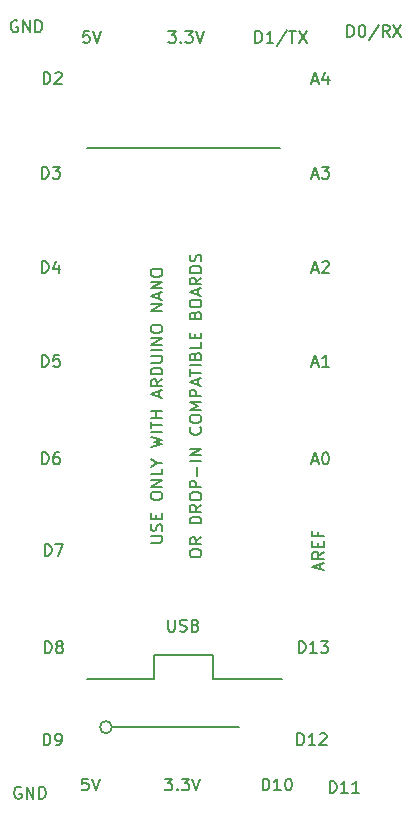
<source format=gto>
%TF.GenerationSoftware,KiCad,Pcbnew,4.0.5-e0-6337~49~ubuntu16.04.1*%
%TF.CreationDate,2017-02-14T00:23:44-08:00*%
%TF.ProjectId,5x10-Arduino-Nano-Breakout,357831302D41726475696E6F2D4E616E,1.0*%
%TF.FileFunction,Legend,Top*%
%FSLAX46Y46*%
G04 Gerber Fmt 4.6, Leading zero omitted, Abs format (unit mm)*
G04 Created by KiCad (PCBNEW 4.0.5-e0-6337~49~ubuntu16.04.1) date Tue Feb 14 00:23:44 2017*
%MOMM*%
%LPD*%
G01*
G04 APERTURE LIST*
%ADD10C,0.350000*%
%ADD11C,0.127000*%
%ADD12C,0.152400*%
%ADD13C,0.150000*%
%ADD14C,0.300000*%
%ADD15C,0.254000*%
%ADD16C,1.879600*%
%ADD17C,6.152400*%
G04 APERTURE END LIST*
D10*
D11*
X33749800Y-87285800D02*
X50165800Y-87285800D01*
X44450800Y-130211800D02*
X39497800Y-130211800D01*
X44450800Y-132243800D02*
X44449800Y-130236300D01*
X44450800Y-132243800D02*
X50292800Y-132243800D01*
X39497800Y-132236300D02*
X39497800Y-130236300D01*
X33782800Y-132243800D02*
X39497800Y-132243800D01*
D12*
X35966400Y-136347200D02*
X46634400Y-136347200D01*
X35903833Y-136347200D02*
G75*
G03X35903833Y-136347200I-508933J0D01*
G01*
D13*
X40648895Y-127251181D02*
X40648895Y-128060705D01*
X40696514Y-128155943D01*
X40744133Y-128203562D01*
X40839371Y-128251181D01*
X41029848Y-128251181D01*
X41125086Y-128203562D01*
X41172705Y-128155943D01*
X41220324Y-128060705D01*
X41220324Y-127251181D01*
X41648895Y-128203562D02*
X41791752Y-128251181D01*
X42029848Y-128251181D01*
X42125086Y-128203562D01*
X42172705Y-128155943D01*
X42220324Y-128060705D01*
X42220324Y-127965467D01*
X42172705Y-127870229D01*
X42125086Y-127822610D01*
X42029848Y-127774990D01*
X41839371Y-127727371D01*
X41744133Y-127679752D01*
X41696514Y-127632133D01*
X41648895Y-127536895D01*
X41648895Y-127441657D01*
X41696514Y-127346419D01*
X41744133Y-127298800D01*
X41839371Y-127251181D01*
X42077467Y-127251181D01*
X42220324Y-127298800D01*
X42982229Y-127727371D02*
X43125086Y-127774990D01*
X43172705Y-127822610D01*
X43220324Y-127917848D01*
X43220324Y-128060705D01*
X43172705Y-128155943D01*
X43125086Y-128203562D01*
X43029848Y-128251181D01*
X42648895Y-128251181D01*
X42648895Y-127251181D01*
X42982229Y-127251181D01*
X43077467Y-127298800D01*
X43125086Y-127346419D01*
X43172705Y-127441657D01*
X43172705Y-127536895D01*
X43125086Y-127632133D01*
X43077467Y-127679752D01*
X42982229Y-127727371D01*
X42648895Y-127727371D01*
X33972324Y-77398181D02*
X33496133Y-77398181D01*
X33448514Y-77874371D01*
X33496133Y-77826752D01*
X33591371Y-77779133D01*
X33829467Y-77779133D01*
X33924705Y-77826752D01*
X33972324Y-77874371D01*
X34019943Y-77969610D01*
X34019943Y-78207705D01*
X33972324Y-78302943D01*
X33924705Y-78350562D01*
X33829467Y-78398181D01*
X33591371Y-78398181D01*
X33496133Y-78350562D01*
X33448514Y-78302943D01*
X34305657Y-77398181D02*
X34638990Y-78398181D01*
X34972324Y-77398181D01*
X42473181Y-121718729D02*
X42473181Y-121528252D01*
X42520800Y-121433014D01*
X42616038Y-121337776D01*
X42806514Y-121290157D01*
X43139848Y-121290157D01*
X43330324Y-121337776D01*
X43425562Y-121433014D01*
X43473181Y-121528252D01*
X43473181Y-121718729D01*
X43425562Y-121813967D01*
X43330324Y-121909205D01*
X43139848Y-121956824D01*
X42806514Y-121956824D01*
X42616038Y-121909205D01*
X42520800Y-121813967D01*
X42473181Y-121718729D01*
X43473181Y-120290157D02*
X42996990Y-120623491D01*
X43473181Y-120861586D02*
X42473181Y-120861586D01*
X42473181Y-120480633D01*
X42520800Y-120385395D01*
X42568419Y-120337776D01*
X42663657Y-120290157D01*
X42806514Y-120290157D01*
X42901752Y-120337776D01*
X42949371Y-120385395D01*
X42996990Y-120480633D01*
X42996990Y-120861586D01*
X43473181Y-119099681D02*
X42473181Y-119099681D01*
X42473181Y-118861586D01*
X42520800Y-118718728D01*
X42616038Y-118623490D01*
X42711276Y-118575871D01*
X42901752Y-118528252D01*
X43044610Y-118528252D01*
X43235086Y-118575871D01*
X43330324Y-118623490D01*
X43425562Y-118718728D01*
X43473181Y-118861586D01*
X43473181Y-119099681D01*
X43473181Y-117528252D02*
X42996990Y-117861586D01*
X43473181Y-118099681D02*
X42473181Y-118099681D01*
X42473181Y-117718728D01*
X42520800Y-117623490D01*
X42568419Y-117575871D01*
X42663657Y-117528252D01*
X42806514Y-117528252D01*
X42901752Y-117575871D01*
X42949371Y-117623490D01*
X42996990Y-117718728D01*
X42996990Y-118099681D01*
X42473181Y-116909205D02*
X42473181Y-116718728D01*
X42520800Y-116623490D01*
X42616038Y-116528252D01*
X42806514Y-116480633D01*
X43139848Y-116480633D01*
X43330324Y-116528252D01*
X43425562Y-116623490D01*
X43473181Y-116718728D01*
X43473181Y-116909205D01*
X43425562Y-117004443D01*
X43330324Y-117099681D01*
X43139848Y-117147300D01*
X42806514Y-117147300D01*
X42616038Y-117099681D01*
X42520800Y-117004443D01*
X42473181Y-116909205D01*
X43473181Y-116052062D02*
X42473181Y-116052062D01*
X42473181Y-115671109D01*
X42520800Y-115575871D01*
X42568419Y-115528252D01*
X42663657Y-115480633D01*
X42806514Y-115480633D01*
X42901752Y-115528252D01*
X42949371Y-115575871D01*
X42996990Y-115671109D01*
X42996990Y-116052062D01*
X43092229Y-115052062D02*
X43092229Y-114290157D01*
X43473181Y-113813967D02*
X42473181Y-113813967D01*
X43473181Y-113337777D02*
X42473181Y-113337777D01*
X43473181Y-112766348D01*
X42473181Y-112766348D01*
X43377943Y-110956824D02*
X43425562Y-111004443D01*
X43473181Y-111147300D01*
X43473181Y-111242538D01*
X43425562Y-111385396D01*
X43330324Y-111480634D01*
X43235086Y-111528253D01*
X43044610Y-111575872D01*
X42901752Y-111575872D01*
X42711276Y-111528253D01*
X42616038Y-111480634D01*
X42520800Y-111385396D01*
X42473181Y-111242538D01*
X42473181Y-111147300D01*
X42520800Y-111004443D01*
X42568419Y-110956824D01*
X42473181Y-110337777D02*
X42473181Y-110147300D01*
X42520800Y-110052062D01*
X42616038Y-109956824D01*
X42806514Y-109909205D01*
X43139848Y-109909205D01*
X43330324Y-109956824D01*
X43425562Y-110052062D01*
X43473181Y-110147300D01*
X43473181Y-110337777D01*
X43425562Y-110433015D01*
X43330324Y-110528253D01*
X43139848Y-110575872D01*
X42806514Y-110575872D01*
X42616038Y-110528253D01*
X42520800Y-110433015D01*
X42473181Y-110337777D01*
X43473181Y-109480634D02*
X42473181Y-109480634D01*
X43187467Y-109147300D01*
X42473181Y-108813967D01*
X43473181Y-108813967D01*
X43473181Y-108337777D02*
X42473181Y-108337777D01*
X42473181Y-107956824D01*
X42520800Y-107861586D01*
X42568419Y-107813967D01*
X42663657Y-107766348D01*
X42806514Y-107766348D01*
X42901752Y-107813967D01*
X42949371Y-107861586D01*
X42996990Y-107956824D01*
X42996990Y-108337777D01*
X43187467Y-107385396D02*
X43187467Y-106909205D01*
X43473181Y-107480634D02*
X42473181Y-107147301D01*
X43473181Y-106813967D01*
X42473181Y-106623491D02*
X42473181Y-106052062D01*
X43473181Y-106337777D02*
X42473181Y-106337777D01*
X43473181Y-105718729D02*
X42473181Y-105718729D01*
X42949371Y-104909205D02*
X42996990Y-104766348D01*
X43044610Y-104718729D01*
X43139848Y-104671110D01*
X43282705Y-104671110D01*
X43377943Y-104718729D01*
X43425562Y-104766348D01*
X43473181Y-104861586D01*
X43473181Y-105242539D01*
X42473181Y-105242539D01*
X42473181Y-104909205D01*
X42520800Y-104813967D01*
X42568419Y-104766348D01*
X42663657Y-104718729D01*
X42758895Y-104718729D01*
X42854133Y-104766348D01*
X42901752Y-104813967D01*
X42949371Y-104909205D01*
X42949371Y-105242539D01*
X43473181Y-103766348D02*
X43473181Y-104242539D01*
X42473181Y-104242539D01*
X42949371Y-103433015D02*
X42949371Y-103099681D01*
X43473181Y-102956824D02*
X43473181Y-103433015D01*
X42473181Y-103433015D01*
X42473181Y-102956824D01*
X42949371Y-101433014D02*
X42996990Y-101290157D01*
X43044610Y-101242538D01*
X43139848Y-101194919D01*
X43282705Y-101194919D01*
X43377943Y-101242538D01*
X43425562Y-101290157D01*
X43473181Y-101385395D01*
X43473181Y-101766348D01*
X42473181Y-101766348D01*
X42473181Y-101433014D01*
X42520800Y-101337776D01*
X42568419Y-101290157D01*
X42663657Y-101242538D01*
X42758895Y-101242538D01*
X42854133Y-101290157D01*
X42901752Y-101337776D01*
X42949371Y-101433014D01*
X42949371Y-101766348D01*
X42473181Y-100575872D02*
X42473181Y-100385395D01*
X42520800Y-100290157D01*
X42616038Y-100194919D01*
X42806514Y-100147300D01*
X43139848Y-100147300D01*
X43330324Y-100194919D01*
X43425562Y-100290157D01*
X43473181Y-100385395D01*
X43473181Y-100575872D01*
X43425562Y-100671110D01*
X43330324Y-100766348D01*
X43139848Y-100813967D01*
X42806514Y-100813967D01*
X42616038Y-100766348D01*
X42520800Y-100671110D01*
X42473181Y-100575872D01*
X43187467Y-99766348D02*
X43187467Y-99290157D01*
X43473181Y-99861586D02*
X42473181Y-99528253D01*
X43473181Y-99194919D01*
X43473181Y-98290157D02*
X42996990Y-98623491D01*
X43473181Y-98861586D02*
X42473181Y-98861586D01*
X42473181Y-98480633D01*
X42520800Y-98385395D01*
X42568419Y-98337776D01*
X42663657Y-98290157D01*
X42806514Y-98290157D01*
X42901752Y-98337776D01*
X42949371Y-98385395D01*
X42996990Y-98480633D01*
X42996990Y-98861586D01*
X43473181Y-97861586D02*
X42473181Y-97861586D01*
X42473181Y-97623491D01*
X42520800Y-97480633D01*
X42616038Y-97385395D01*
X42711276Y-97337776D01*
X42901752Y-97290157D01*
X43044610Y-97290157D01*
X43235086Y-97337776D01*
X43330324Y-97385395D01*
X43425562Y-97480633D01*
X43473181Y-97623491D01*
X43473181Y-97861586D01*
X43425562Y-96909205D02*
X43473181Y-96766348D01*
X43473181Y-96528252D01*
X43425562Y-96433014D01*
X43377943Y-96385395D01*
X43282705Y-96337776D01*
X43187467Y-96337776D01*
X43092229Y-96385395D01*
X43044610Y-96433014D01*
X42996990Y-96528252D01*
X42949371Y-96718729D01*
X42901752Y-96813967D01*
X42854133Y-96861586D01*
X42758895Y-96909205D01*
X42663657Y-96909205D01*
X42568419Y-96861586D01*
X42520800Y-96813967D01*
X42473181Y-96718729D01*
X42473181Y-96480633D01*
X42520800Y-96337776D01*
X39171181Y-120718729D02*
X39980705Y-120718729D01*
X40075943Y-120671110D01*
X40123562Y-120623491D01*
X40171181Y-120528253D01*
X40171181Y-120337776D01*
X40123562Y-120242538D01*
X40075943Y-120194919D01*
X39980705Y-120147300D01*
X39171181Y-120147300D01*
X40123562Y-119718729D02*
X40171181Y-119575872D01*
X40171181Y-119337776D01*
X40123562Y-119242538D01*
X40075943Y-119194919D01*
X39980705Y-119147300D01*
X39885467Y-119147300D01*
X39790229Y-119194919D01*
X39742610Y-119242538D01*
X39694990Y-119337776D01*
X39647371Y-119528253D01*
X39599752Y-119623491D01*
X39552133Y-119671110D01*
X39456895Y-119718729D01*
X39361657Y-119718729D01*
X39266419Y-119671110D01*
X39218800Y-119623491D01*
X39171181Y-119528253D01*
X39171181Y-119290157D01*
X39218800Y-119147300D01*
X39647371Y-118718729D02*
X39647371Y-118385395D01*
X40171181Y-118242538D02*
X40171181Y-118718729D01*
X39171181Y-118718729D01*
X39171181Y-118242538D01*
X39171181Y-116861586D02*
X39171181Y-116671109D01*
X39218800Y-116575871D01*
X39314038Y-116480633D01*
X39504514Y-116433014D01*
X39837848Y-116433014D01*
X40028324Y-116480633D01*
X40123562Y-116575871D01*
X40171181Y-116671109D01*
X40171181Y-116861586D01*
X40123562Y-116956824D01*
X40028324Y-117052062D01*
X39837848Y-117099681D01*
X39504514Y-117099681D01*
X39314038Y-117052062D01*
X39218800Y-116956824D01*
X39171181Y-116861586D01*
X40171181Y-116004443D02*
X39171181Y-116004443D01*
X40171181Y-115433014D01*
X39171181Y-115433014D01*
X40171181Y-114480633D02*
X40171181Y-114956824D01*
X39171181Y-114956824D01*
X39694990Y-113956824D02*
X40171181Y-113956824D01*
X39171181Y-114290157D02*
X39694990Y-113956824D01*
X39171181Y-113623490D01*
X39171181Y-112623490D02*
X40171181Y-112385395D01*
X39456895Y-112194918D01*
X40171181Y-112004442D01*
X39171181Y-111766347D01*
X40171181Y-111385395D02*
X39171181Y-111385395D01*
X39171181Y-111052062D02*
X39171181Y-110480633D01*
X40171181Y-110766348D02*
X39171181Y-110766348D01*
X40171181Y-110147300D02*
X39171181Y-110147300D01*
X39647371Y-110147300D02*
X39647371Y-109575871D01*
X40171181Y-109575871D02*
X39171181Y-109575871D01*
X39885467Y-108385395D02*
X39885467Y-107909204D01*
X40171181Y-108480633D02*
X39171181Y-108147300D01*
X40171181Y-107813966D01*
X40171181Y-106909204D02*
X39694990Y-107242538D01*
X40171181Y-107480633D02*
X39171181Y-107480633D01*
X39171181Y-107099680D01*
X39218800Y-107004442D01*
X39266419Y-106956823D01*
X39361657Y-106909204D01*
X39504514Y-106909204D01*
X39599752Y-106956823D01*
X39647371Y-107004442D01*
X39694990Y-107099680D01*
X39694990Y-107480633D01*
X40171181Y-106480633D02*
X39171181Y-106480633D01*
X39171181Y-106242538D01*
X39218800Y-106099680D01*
X39314038Y-106004442D01*
X39409276Y-105956823D01*
X39599752Y-105909204D01*
X39742610Y-105909204D01*
X39933086Y-105956823D01*
X40028324Y-106004442D01*
X40123562Y-106099680D01*
X40171181Y-106242538D01*
X40171181Y-106480633D01*
X39171181Y-105480633D02*
X39980705Y-105480633D01*
X40075943Y-105433014D01*
X40123562Y-105385395D01*
X40171181Y-105290157D01*
X40171181Y-105099680D01*
X40123562Y-105004442D01*
X40075943Y-104956823D01*
X39980705Y-104909204D01*
X39171181Y-104909204D01*
X40171181Y-104433014D02*
X39171181Y-104433014D01*
X40171181Y-103956824D02*
X39171181Y-103956824D01*
X40171181Y-103385395D01*
X39171181Y-103385395D01*
X39171181Y-102718729D02*
X39171181Y-102528252D01*
X39218800Y-102433014D01*
X39314038Y-102337776D01*
X39504514Y-102290157D01*
X39837848Y-102290157D01*
X40028324Y-102337776D01*
X40123562Y-102433014D01*
X40171181Y-102528252D01*
X40171181Y-102718729D01*
X40123562Y-102813967D01*
X40028324Y-102909205D01*
X39837848Y-102956824D01*
X39504514Y-102956824D01*
X39314038Y-102909205D01*
X39218800Y-102813967D01*
X39171181Y-102718729D01*
X40171181Y-101099681D02*
X39171181Y-101099681D01*
X40171181Y-100528252D01*
X39171181Y-100528252D01*
X39885467Y-100099681D02*
X39885467Y-99623490D01*
X40171181Y-100194919D02*
X39171181Y-99861586D01*
X40171181Y-99528252D01*
X40171181Y-99194919D02*
X39171181Y-99194919D01*
X40171181Y-98623490D01*
X39171181Y-98623490D01*
X39171181Y-97956824D02*
X39171181Y-97766347D01*
X39218800Y-97671109D01*
X39314038Y-97575871D01*
X39504514Y-97528252D01*
X39837848Y-97528252D01*
X40028324Y-97575871D01*
X40123562Y-97671109D01*
X40171181Y-97766347D01*
X40171181Y-97956824D01*
X40123562Y-98052062D01*
X40028324Y-98147300D01*
X39837848Y-98194919D01*
X39504514Y-98194919D01*
X39314038Y-98147300D01*
X39218800Y-98052062D01*
X39171181Y-97956824D01*
X29964705Y-114088181D02*
X29964705Y-113088181D01*
X30202800Y-113088181D01*
X30345658Y-113135800D01*
X30440896Y-113231038D01*
X30488515Y-113326276D01*
X30536134Y-113516752D01*
X30536134Y-113659610D01*
X30488515Y-113850086D01*
X30440896Y-113945324D01*
X30345658Y-114040562D01*
X30202800Y-114088181D01*
X29964705Y-114088181D01*
X31393277Y-113088181D02*
X31202800Y-113088181D01*
X31107562Y-113135800D01*
X31059943Y-113183419D01*
X30964705Y-113326276D01*
X30917086Y-113516752D01*
X30917086Y-113897705D01*
X30964705Y-113992943D01*
X31012324Y-114040562D01*
X31107562Y-114088181D01*
X31298039Y-114088181D01*
X31393277Y-114040562D01*
X31440896Y-113992943D01*
X31488515Y-113897705D01*
X31488515Y-113659610D01*
X31440896Y-113564371D01*
X31393277Y-113516752D01*
X31298039Y-113469133D01*
X31107562Y-113469133D01*
X31012324Y-113516752D01*
X30964705Y-113564371D01*
X30917086Y-113659610D01*
X29964705Y-105838181D02*
X29964705Y-104838181D01*
X30202800Y-104838181D01*
X30345658Y-104885800D01*
X30440896Y-104981038D01*
X30488515Y-105076276D01*
X30536134Y-105266752D01*
X30536134Y-105409610D01*
X30488515Y-105600086D01*
X30440896Y-105695324D01*
X30345658Y-105790562D01*
X30202800Y-105838181D01*
X29964705Y-105838181D01*
X31440896Y-104838181D02*
X30964705Y-104838181D01*
X30917086Y-105314371D01*
X30964705Y-105266752D01*
X31059943Y-105219133D01*
X31298039Y-105219133D01*
X31393277Y-105266752D01*
X31440896Y-105314371D01*
X31488515Y-105409610D01*
X31488515Y-105647705D01*
X31440896Y-105742943D01*
X31393277Y-105790562D01*
X31298039Y-105838181D01*
X31059943Y-105838181D01*
X30964705Y-105790562D01*
X30917086Y-105742943D01*
X30214705Y-130088181D02*
X30214705Y-129088181D01*
X30452800Y-129088181D01*
X30595658Y-129135800D01*
X30690896Y-129231038D01*
X30738515Y-129326276D01*
X30786134Y-129516752D01*
X30786134Y-129659610D01*
X30738515Y-129850086D01*
X30690896Y-129945324D01*
X30595658Y-130040562D01*
X30452800Y-130088181D01*
X30214705Y-130088181D01*
X31357562Y-129516752D02*
X31262324Y-129469133D01*
X31214705Y-129421514D01*
X31167086Y-129326276D01*
X31167086Y-129278657D01*
X31214705Y-129183419D01*
X31262324Y-129135800D01*
X31357562Y-129088181D01*
X31548039Y-129088181D01*
X31643277Y-129135800D01*
X31690896Y-129183419D01*
X31738515Y-129278657D01*
X31738515Y-129326276D01*
X31690896Y-129421514D01*
X31643277Y-129469133D01*
X31548039Y-129516752D01*
X31357562Y-129516752D01*
X31262324Y-129564371D01*
X31214705Y-129611990D01*
X31167086Y-129707229D01*
X31167086Y-129897705D01*
X31214705Y-129992943D01*
X31262324Y-130040562D01*
X31357562Y-130088181D01*
X31548039Y-130088181D01*
X31643277Y-130040562D01*
X31690896Y-129992943D01*
X31738515Y-129897705D01*
X31738515Y-129707229D01*
X31690896Y-129611990D01*
X31643277Y-129564371D01*
X31548039Y-129516752D01*
X30214705Y-121838181D02*
X30214705Y-120838181D01*
X30452800Y-120838181D01*
X30595658Y-120885800D01*
X30690896Y-120981038D01*
X30738515Y-121076276D01*
X30786134Y-121266752D01*
X30786134Y-121409610D01*
X30738515Y-121600086D01*
X30690896Y-121695324D01*
X30595658Y-121790562D01*
X30452800Y-121838181D01*
X30214705Y-121838181D01*
X31119467Y-120838181D02*
X31786134Y-120838181D01*
X31357562Y-121838181D01*
X30124705Y-137898181D02*
X30124705Y-136898181D01*
X30362800Y-136898181D01*
X30505658Y-136945800D01*
X30600896Y-137041038D01*
X30648515Y-137136276D01*
X30696134Y-137326752D01*
X30696134Y-137469610D01*
X30648515Y-137660086D01*
X30600896Y-137755324D01*
X30505658Y-137850562D01*
X30362800Y-137898181D01*
X30124705Y-137898181D01*
X31172324Y-137898181D02*
X31362800Y-137898181D01*
X31458039Y-137850562D01*
X31505658Y-137802943D01*
X31600896Y-137660086D01*
X31648515Y-137469610D01*
X31648515Y-137088657D01*
X31600896Y-136993419D01*
X31553277Y-136945800D01*
X31458039Y-136898181D01*
X31267562Y-136898181D01*
X31172324Y-136945800D01*
X31124705Y-136993419D01*
X31077086Y-137088657D01*
X31077086Y-137326752D01*
X31124705Y-137421990D01*
X31172324Y-137469610D01*
X31267562Y-137517229D01*
X31458039Y-137517229D01*
X31553277Y-137469610D01*
X31600896Y-137421990D01*
X31648515Y-137326752D01*
X28200896Y-141445800D02*
X28105658Y-141398181D01*
X27962801Y-141398181D01*
X27819943Y-141445800D01*
X27724705Y-141541038D01*
X27677086Y-141636276D01*
X27629467Y-141826752D01*
X27629467Y-141969610D01*
X27677086Y-142160086D01*
X27724705Y-142255324D01*
X27819943Y-142350562D01*
X27962801Y-142398181D01*
X28058039Y-142398181D01*
X28200896Y-142350562D01*
X28248515Y-142302943D01*
X28248515Y-141969610D01*
X28058039Y-141969610D01*
X28677086Y-142398181D02*
X28677086Y-141398181D01*
X29248515Y-142398181D01*
X29248515Y-141398181D01*
X29724705Y-142398181D02*
X29724705Y-141398181D01*
X29962800Y-141398181D01*
X30105658Y-141445800D01*
X30200896Y-141541038D01*
X30248515Y-141636276D01*
X30296134Y-141826752D01*
X30296134Y-141969610D01*
X30248515Y-142160086D01*
X30200896Y-142255324D01*
X30105658Y-142350562D01*
X29962800Y-142398181D01*
X29724705Y-142398181D01*
X33872324Y-140698181D02*
X33396133Y-140698181D01*
X33348514Y-141174371D01*
X33396133Y-141126752D01*
X33491371Y-141079133D01*
X33729467Y-141079133D01*
X33824705Y-141126752D01*
X33872324Y-141174371D01*
X33919943Y-141269610D01*
X33919943Y-141507705D01*
X33872324Y-141602943D01*
X33824705Y-141650562D01*
X33729467Y-141698181D01*
X33491371Y-141698181D01*
X33396133Y-141650562D01*
X33348514Y-141602943D01*
X34205657Y-140698181D02*
X34538990Y-141698181D01*
X34872324Y-140698181D01*
X27900896Y-76545800D02*
X27805658Y-76498181D01*
X27662801Y-76498181D01*
X27519943Y-76545800D01*
X27424705Y-76641038D01*
X27377086Y-76736276D01*
X27329467Y-76926752D01*
X27329467Y-77069610D01*
X27377086Y-77260086D01*
X27424705Y-77355324D01*
X27519943Y-77450562D01*
X27662801Y-77498181D01*
X27758039Y-77498181D01*
X27900896Y-77450562D01*
X27948515Y-77402943D01*
X27948515Y-77069610D01*
X27758039Y-77069610D01*
X28377086Y-77498181D02*
X28377086Y-76498181D01*
X28948515Y-77498181D01*
X28948515Y-76498181D01*
X29424705Y-77498181D02*
X29424705Y-76498181D01*
X29662800Y-76498181D01*
X29805658Y-76545800D01*
X29900896Y-76641038D01*
X29948515Y-76736276D01*
X29996134Y-76926752D01*
X29996134Y-77069610D01*
X29948515Y-77260086D01*
X29900896Y-77355324D01*
X29805658Y-77450562D01*
X29662800Y-77498181D01*
X29424705Y-77498181D01*
X29964705Y-97898181D02*
X29964705Y-96898181D01*
X30202800Y-96898181D01*
X30345658Y-96945800D01*
X30440896Y-97041038D01*
X30488515Y-97136276D01*
X30536134Y-97326752D01*
X30536134Y-97469610D01*
X30488515Y-97660086D01*
X30440896Y-97755324D01*
X30345658Y-97850562D01*
X30202800Y-97898181D01*
X29964705Y-97898181D01*
X31393277Y-97231514D02*
X31393277Y-97898181D01*
X31155181Y-96850562D02*
X30917086Y-97564848D01*
X31536134Y-97564848D01*
X29964705Y-89898181D02*
X29964705Y-88898181D01*
X30202800Y-88898181D01*
X30345658Y-88945800D01*
X30440896Y-89041038D01*
X30488515Y-89136276D01*
X30536134Y-89326752D01*
X30536134Y-89469610D01*
X30488515Y-89660086D01*
X30440896Y-89755324D01*
X30345658Y-89850562D01*
X30202800Y-89898181D01*
X29964705Y-89898181D01*
X30869467Y-88898181D02*
X31488515Y-88898181D01*
X31155181Y-89279133D01*
X31298039Y-89279133D01*
X31393277Y-89326752D01*
X31440896Y-89374371D01*
X31488515Y-89469610D01*
X31488515Y-89707705D01*
X31440896Y-89802943D01*
X31393277Y-89850562D01*
X31298039Y-89898181D01*
X31012324Y-89898181D01*
X30917086Y-89850562D01*
X30869467Y-89802943D01*
X30124705Y-81898181D02*
X30124705Y-80898181D01*
X30362800Y-80898181D01*
X30505658Y-80945800D01*
X30600896Y-81041038D01*
X30648515Y-81136276D01*
X30696134Y-81326752D01*
X30696134Y-81469610D01*
X30648515Y-81660086D01*
X30600896Y-81755324D01*
X30505658Y-81850562D01*
X30362800Y-81898181D01*
X30124705Y-81898181D01*
X31077086Y-80993419D02*
X31124705Y-80945800D01*
X31219943Y-80898181D01*
X31458039Y-80898181D01*
X31553277Y-80945800D01*
X31600896Y-80993419D01*
X31648515Y-81088657D01*
X31648515Y-81183895D01*
X31600896Y-81326752D01*
X31029467Y-81898181D01*
X31648515Y-81898181D01*
X40386610Y-140698181D02*
X41005658Y-140698181D01*
X40672324Y-141079133D01*
X40815182Y-141079133D01*
X40910420Y-141126752D01*
X40958039Y-141174371D01*
X41005658Y-141269610D01*
X41005658Y-141507705D01*
X40958039Y-141602943D01*
X40910420Y-141650562D01*
X40815182Y-141698181D01*
X40529467Y-141698181D01*
X40434229Y-141650562D01*
X40386610Y-141602943D01*
X41434229Y-141602943D02*
X41481848Y-141650562D01*
X41434229Y-141698181D01*
X41386610Y-141650562D01*
X41434229Y-141602943D01*
X41434229Y-141698181D01*
X41815181Y-140698181D02*
X42434229Y-140698181D01*
X42100895Y-141079133D01*
X42243753Y-141079133D01*
X42338991Y-141126752D01*
X42386610Y-141174371D01*
X42434229Y-141269610D01*
X42434229Y-141507705D01*
X42386610Y-141602943D01*
X42338991Y-141650562D01*
X42243753Y-141698181D01*
X41958038Y-141698181D01*
X41862800Y-141650562D01*
X41815181Y-141602943D01*
X42719943Y-140698181D02*
X43053276Y-141698181D01*
X43386610Y-140698181D01*
X48648514Y-141698181D02*
X48648514Y-140698181D01*
X48886609Y-140698181D01*
X49029467Y-140745800D01*
X49124705Y-140841038D01*
X49172324Y-140936276D01*
X49219943Y-141126752D01*
X49219943Y-141269610D01*
X49172324Y-141460086D01*
X49124705Y-141555324D01*
X49029467Y-141650562D01*
X48886609Y-141698181D01*
X48648514Y-141698181D01*
X50172324Y-141698181D02*
X49600895Y-141698181D01*
X49886609Y-141698181D02*
X49886609Y-140698181D01*
X49791371Y-140841038D01*
X49696133Y-140936276D01*
X49600895Y-140983895D01*
X50791371Y-140698181D02*
X50886610Y-140698181D01*
X50981848Y-140745800D01*
X51029467Y-140793419D01*
X51077086Y-140888657D01*
X51124705Y-141079133D01*
X51124705Y-141317229D01*
X51077086Y-141507705D01*
X51029467Y-141602943D01*
X50981848Y-141650562D01*
X50886610Y-141698181D01*
X50791371Y-141698181D01*
X50696133Y-141650562D01*
X50648514Y-141602943D01*
X50600895Y-141507705D01*
X50553276Y-141317229D01*
X50553276Y-141079133D01*
X50600895Y-140888657D01*
X50648514Y-140793419D01*
X50696133Y-140745800D01*
X50791371Y-140698181D01*
X40686610Y-77398181D02*
X41305658Y-77398181D01*
X40972324Y-77779133D01*
X41115182Y-77779133D01*
X41210420Y-77826752D01*
X41258039Y-77874371D01*
X41305658Y-77969610D01*
X41305658Y-78207705D01*
X41258039Y-78302943D01*
X41210420Y-78350562D01*
X41115182Y-78398181D01*
X40829467Y-78398181D01*
X40734229Y-78350562D01*
X40686610Y-78302943D01*
X41734229Y-78302943D02*
X41781848Y-78350562D01*
X41734229Y-78398181D01*
X41686610Y-78350562D01*
X41734229Y-78302943D01*
X41734229Y-78398181D01*
X42115181Y-77398181D02*
X42734229Y-77398181D01*
X42400895Y-77779133D01*
X42543753Y-77779133D01*
X42638991Y-77826752D01*
X42686610Y-77874371D01*
X42734229Y-77969610D01*
X42734229Y-78207705D01*
X42686610Y-78302943D01*
X42638991Y-78350562D01*
X42543753Y-78398181D01*
X42258038Y-78398181D01*
X42162800Y-78350562D01*
X42115181Y-78302943D01*
X43019943Y-77398181D02*
X43353276Y-78398181D01*
X43686610Y-77398181D01*
X48043752Y-78398181D02*
X48043752Y-77398181D01*
X48281847Y-77398181D01*
X48424705Y-77445800D01*
X48519943Y-77541038D01*
X48567562Y-77636276D01*
X48615181Y-77826752D01*
X48615181Y-77969610D01*
X48567562Y-78160086D01*
X48519943Y-78255324D01*
X48424705Y-78350562D01*
X48281847Y-78398181D01*
X48043752Y-78398181D01*
X49567562Y-78398181D02*
X48996133Y-78398181D01*
X49281847Y-78398181D02*
X49281847Y-77398181D01*
X49186609Y-77541038D01*
X49091371Y-77636276D01*
X48996133Y-77683895D01*
X50710419Y-77350562D02*
X49853276Y-78636276D01*
X50900895Y-77398181D02*
X51472324Y-77398181D01*
X51186609Y-78398181D02*
X51186609Y-77398181D01*
X51710419Y-77398181D02*
X52377086Y-78398181D01*
X52377086Y-77398181D02*
X51710419Y-78398181D01*
X55834705Y-77908181D02*
X55834705Y-76908181D01*
X56072800Y-76908181D01*
X56215658Y-76955800D01*
X56310896Y-77051038D01*
X56358515Y-77146276D01*
X56406134Y-77336752D01*
X56406134Y-77479610D01*
X56358515Y-77670086D01*
X56310896Y-77765324D01*
X56215658Y-77860562D01*
X56072800Y-77908181D01*
X55834705Y-77908181D01*
X57025181Y-76908181D02*
X57120420Y-76908181D01*
X57215658Y-76955800D01*
X57263277Y-77003419D01*
X57310896Y-77098657D01*
X57358515Y-77289133D01*
X57358515Y-77527229D01*
X57310896Y-77717705D01*
X57263277Y-77812943D01*
X57215658Y-77860562D01*
X57120420Y-77908181D01*
X57025181Y-77908181D01*
X56929943Y-77860562D01*
X56882324Y-77812943D01*
X56834705Y-77717705D01*
X56787086Y-77527229D01*
X56787086Y-77289133D01*
X56834705Y-77098657D01*
X56882324Y-77003419D01*
X56929943Y-76955800D01*
X57025181Y-76908181D01*
X58501372Y-76860562D02*
X57644229Y-78146276D01*
X59406134Y-77908181D02*
X59072800Y-77431990D01*
X58834705Y-77908181D02*
X58834705Y-76908181D01*
X59215658Y-76908181D01*
X59310896Y-76955800D01*
X59358515Y-77003419D01*
X59406134Y-77098657D01*
X59406134Y-77241514D01*
X59358515Y-77336752D01*
X59310896Y-77384371D01*
X59215658Y-77431990D01*
X58834705Y-77431990D01*
X59739467Y-76908181D02*
X60406134Y-77908181D01*
X60406134Y-76908181D02*
X59739467Y-77908181D01*
X52848514Y-105552467D02*
X53324705Y-105552467D01*
X52753276Y-105838181D02*
X53086609Y-104838181D01*
X53419943Y-105838181D01*
X54277086Y-105838181D02*
X53705657Y-105838181D01*
X53991371Y-105838181D02*
X53991371Y-104838181D01*
X53896133Y-104981038D01*
X53800895Y-105076276D01*
X53705657Y-105123895D01*
X52848514Y-97612467D02*
X53324705Y-97612467D01*
X52753276Y-97898181D02*
X53086609Y-96898181D01*
X53419943Y-97898181D01*
X53705657Y-96993419D02*
X53753276Y-96945800D01*
X53848514Y-96898181D01*
X54086610Y-96898181D01*
X54181848Y-96945800D01*
X54229467Y-96993419D01*
X54277086Y-97088657D01*
X54277086Y-97183895D01*
X54229467Y-97326752D01*
X53658038Y-97898181D01*
X54277086Y-97898181D01*
X52848514Y-89612467D02*
X53324705Y-89612467D01*
X52753276Y-89898181D02*
X53086609Y-88898181D01*
X53419943Y-89898181D01*
X53658038Y-88898181D02*
X54277086Y-88898181D01*
X53943752Y-89279133D01*
X54086610Y-89279133D01*
X54181848Y-89326752D01*
X54229467Y-89374371D01*
X54277086Y-89469610D01*
X54277086Y-89707705D01*
X54229467Y-89802943D01*
X54181848Y-89850562D01*
X54086610Y-89898181D01*
X53800895Y-89898181D01*
X53705657Y-89850562D01*
X53658038Y-89802943D01*
X52848514Y-81612467D02*
X53324705Y-81612467D01*
X52753276Y-81898181D02*
X53086609Y-80898181D01*
X53419943Y-81898181D01*
X54181848Y-81231514D02*
X54181848Y-81898181D01*
X53943752Y-80850562D02*
X53705657Y-81564848D01*
X54324705Y-81564848D01*
X52848514Y-113802467D02*
X53324705Y-113802467D01*
X52753276Y-114088181D02*
X53086609Y-113088181D01*
X53419943Y-114088181D01*
X53943752Y-113088181D02*
X54038991Y-113088181D01*
X54134229Y-113135800D01*
X54181848Y-113183419D01*
X54229467Y-113278657D01*
X54277086Y-113469133D01*
X54277086Y-113707229D01*
X54229467Y-113897705D01*
X54181848Y-113992943D01*
X54134229Y-114040562D01*
X54038991Y-114088181D01*
X53943752Y-114088181D01*
X53848514Y-114040562D01*
X53800895Y-113992943D01*
X53753276Y-113897705D01*
X53705657Y-113707229D01*
X53705657Y-113469133D01*
X53753276Y-113278657D01*
X53800895Y-113183419D01*
X53848514Y-113135800D01*
X53943752Y-113088181D01*
X51718514Y-130058181D02*
X51718514Y-129058181D01*
X51956609Y-129058181D01*
X52099467Y-129105800D01*
X52194705Y-129201038D01*
X52242324Y-129296276D01*
X52289943Y-129486752D01*
X52289943Y-129629610D01*
X52242324Y-129820086D01*
X52194705Y-129915324D01*
X52099467Y-130010562D01*
X51956609Y-130058181D01*
X51718514Y-130058181D01*
X53242324Y-130058181D02*
X52670895Y-130058181D01*
X52956609Y-130058181D02*
X52956609Y-129058181D01*
X52861371Y-129201038D01*
X52766133Y-129296276D01*
X52670895Y-129343895D01*
X53575657Y-129058181D02*
X54194705Y-129058181D01*
X53861371Y-129439133D01*
X54004229Y-129439133D01*
X54099467Y-129486752D01*
X54147086Y-129534371D01*
X54194705Y-129629610D01*
X54194705Y-129867705D01*
X54147086Y-129962943D01*
X54099467Y-130010562D01*
X54004229Y-130058181D01*
X53718514Y-130058181D01*
X53623276Y-130010562D01*
X53575657Y-129962943D01*
X53549467Y-122984848D02*
X53549467Y-122508657D01*
X53835181Y-123080086D02*
X52835181Y-122746753D01*
X53835181Y-122413419D01*
X53835181Y-121508657D02*
X53358990Y-121841991D01*
X53835181Y-122080086D02*
X52835181Y-122080086D01*
X52835181Y-121699133D01*
X52882800Y-121603895D01*
X52930419Y-121556276D01*
X53025657Y-121508657D01*
X53168514Y-121508657D01*
X53263752Y-121556276D01*
X53311371Y-121603895D01*
X53358990Y-121699133D01*
X53358990Y-122080086D01*
X53311371Y-121080086D02*
X53311371Y-120746752D01*
X53835181Y-120603895D02*
X53835181Y-121080086D01*
X52835181Y-121080086D01*
X52835181Y-120603895D01*
X53311371Y-119841990D02*
X53311371Y-120175324D01*
X53835181Y-120175324D02*
X52835181Y-120175324D01*
X52835181Y-119699133D01*
X51598514Y-137868181D02*
X51598514Y-136868181D01*
X51836609Y-136868181D01*
X51979467Y-136915800D01*
X52074705Y-137011038D01*
X52122324Y-137106276D01*
X52169943Y-137296752D01*
X52169943Y-137439610D01*
X52122324Y-137630086D01*
X52074705Y-137725324D01*
X51979467Y-137820562D01*
X51836609Y-137868181D01*
X51598514Y-137868181D01*
X53122324Y-137868181D02*
X52550895Y-137868181D01*
X52836609Y-137868181D02*
X52836609Y-136868181D01*
X52741371Y-137011038D01*
X52646133Y-137106276D01*
X52550895Y-137153895D01*
X53503276Y-136963419D02*
X53550895Y-136915800D01*
X53646133Y-136868181D01*
X53884229Y-136868181D01*
X53979467Y-136915800D01*
X54027086Y-136963419D01*
X54074705Y-137058657D01*
X54074705Y-137153895D01*
X54027086Y-137296752D01*
X53455657Y-137868181D01*
X54074705Y-137868181D01*
X54348514Y-141898181D02*
X54348514Y-140898181D01*
X54586609Y-140898181D01*
X54729467Y-140945800D01*
X54824705Y-141041038D01*
X54872324Y-141136276D01*
X54919943Y-141326752D01*
X54919943Y-141469610D01*
X54872324Y-141660086D01*
X54824705Y-141755324D01*
X54729467Y-141850562D01*
X54586609Y-141898181D01*
X54348514Y-141898181D01*
X55872324Y-141898181D02*
X55300895Y-141898181D01*
X55586609Y-141898181D02*
X55586609Y-140898181D01*
X55491371Y-141041038D01*
X55396133Y-141136276D01*
X55300895Y-141183895D01*
X56824705Y-141898181D02*
X56253276Y-141898181D01*
X56538990Y-141898181D02*
X56538990Y-140898181D01*
X56443752Y-141041038D01*
X56348514Y-141136276D01*
X56253276Y-141183895D01*
%LPC*%
D14*
X38037772Y-138279914D02*
X37966343Y-138351343D01*
X37752057Y-138422771D01*
X37609200Y-138422771D01*
X37394915Y-138351343D01*
X37252057Y-138208486D01*
X37180629Y-138065629D01*
X37109200Y-137779914D01*
X37109200Y-137565629D01*
X37180629Y-137279914D01*
X37252057Y-137137057D01*
X37394915Y-136994200D01*
X37609200Y-136922771D01*
X37752057Y-136922771D01*
X37966343Y-136994200D01*
X38037772Y-137065629D01*
X38680629Y-138422771D02*
X38680629Y-136922771D01*
X40252058Y-138422771D02*
X39752058Y-137708486D01*
X39394915Y-138422771D02*
X39394915Y-136922771D01*
X39966343Y-136922771D01*
X40109201Y-136994200D01*
X40180629Y-137065629D01*
X40252058Y-137208486D01*
X40252058Y-137422771D01*
X40180629Y-137565629D01*
X40109201Y-137637057D01*
X39966343Y-137708486D01*
X39394915Y-137708486D01*
X41752058Y-138279914D02*
X41680629Y-138351343D01*
X41466343Y-138422771D01*
X41323486Y-138422771D01*
X41109201Y-138351343D01*
X40966343Y-138208486D01*
X40894915Y-138065629D01*
X40823486Y-137779914D01*
X40823486Y-137565629D01*
X40894915Y-137279914D01*
X40966343Y-137137057D01*
X41109201Y-136994200D01*
X41323486Y-136922771D01*
X41466343Y-136922771D01*
X41680629Y-136994200D01*
X41752058Y-137065629D01*
X42394915Y-136922771D02*
X42394915Y-138137057D01*
X42466343Y-138279914D01*
X42537772Y-138351343D01*
X42680629Y-138422771D01*
X42966343Y-138422771D01*
X43109201Y-138351343D01*
X43180629Y-138279914D01*
X43252058Y-138137057D01*
X43252058Y-136922771D01*
X43966344Y-138422771D02*
X43966344Y-136922771D01*
X44466344Y-136922771D02*
X45323487Y-136922771D01*
X44894916Y-138422771D02*
X44894916Y-136922771D01*
X45752058Y-138351343D02*
X45966344Y-138422771D01*
X46323487Y-138422771D01*
X46466344Y-138351343D01*
X46537773Y-138279914D01*
X46609201Y-138137057D01*
X46609201Y-137994200D01*
X46537773Y-137851343D01*
X46466344Y-137779914D01*
X46323487Y-137708486D01*
X46037773Y-137637057D01*
X45894915Y-137565629D01*
X45823487Y-137494200D01*
X45752058Y-137351343D01*
X45752058Y-137208486D01*
X45823487Y-137065629D01*
X45894915Y-136994200D01*
X46037773Y-136922771D01*
X46394915Y-136922771D01*
X46609201Y-136994200D01*
X37185887Y-135739914D02*
X37114458Y-135811343D01*
X36900172Y-135882771D01*
X36757315Y-135882771D01*
X36543030Y-135811343D01*
X36400172Y-135668486D01*
X36328744Y-135525629D01*
X36257315Y-135239914D01*
X36257315Y-135025629D01*
X36328744Y-134739914D01*
X36400172Y-134597057D01*
X36543030Y-134454200D01*
X36757315Y-134382771D01*
X36900172Y-134382771D01*
X37114458Y-134454200D01*
X37185887Y-134525629D01*
X38685887Y-135882771D02*
X38185887Y-135168486D01*
X37828744Y-135882771D02*
X37828744Y-134382771D01*
X38400172Y-134382771D01*
X38543030Y-134454200D01*
X38614458Y-134525629D01*
X38685887Y-134668486D01*
X38685887Y-134882771D01*
X38614458Y-135025629D01*
X38543030Y-135097057D01*
X38400172Y-135168486D01*
X37828744Y-135168486D01*
X39257315Y-135454200D02*
X39971601Y-135454200D01*
X39114458Y-135882771D02*
X39614458Y-134382771D01*
X40114458Y-135882771D01*
X40471601Y-134382771D02*
X41471601Y-134382771D01*
X40471601Y-135882771D01*
X41471601Y-135882771D01*
X42328743Y-135168486D02*
X42328743Y-135882771D01*
X41828743Y-134382771D02*
X42328743Y-135168486D01*
X42828743Y-134382771D01*
D12*
X47650400Y-135140700D02*
X46507400Y-136093200D01*
X46316900Y-136093200D02*
X47650400Y-135140700D01*
X47269400Y-135267700D02*
X46316900Y-136093200D01*
X46189900Y-136029700D02*
X47269400Y-135267700D01*
X47078900Y-135331200D02*
X46189900Y-136029700D01*
X45935900Y-136093200D02*
X47078900Y-135331200D01*
X46761400Y-135458200D02*
X45935900Y-136093200D01*
X45808900Y-136029700D02*
X46761400Y-135458200D01*
X46570900Y-135458200D02*
X45808900Y-136029700D01*
X45808900Y-135902700D02*
X46570900Y-135458200D01*
X46316900Y-135458200D02*
X45808900Y-135902700D01*
X45745400Y-135775700D02*
X46316900Y-135458200D01*
X46316900Y-135267700D02*
X45745400Y-135775700D01*
X46316900Y-135140700D02*
X45681900Y-135648700D01*
X46443900Y-134950200D02*
X45618400Y-135521700D01*
X46443900Y-134823200D02*
X45618400Y-135394700D01*
D15*
X44602400Y-136029700D02*
X43967400Y-135140700D01*
D12*
X46507400Y-136156700D02*
X44538900Y-136156700D01*
X48094900Y-135013700D02*
X46507400Y-136156700D01*
X46316900Y-135458200D02*
X48094900Y-135013700D01*
X46634400Y-134569200D02*
X46316900Y-135458200D01*
X45554900Y-135267700D02*
X46634400Y-134569200D01*
X44729400Y-133807200D02*
X45554900Y-135331200D01*
X44792900Y-135204200D02*
X44729400Y-133807200D01*
X43713400Y-134950200D02*
X44792900Y-135204200D01*
X44538900Y-136156700D02*
X43713400Y-134950200D01*
D15*
X44792900Y-136029700D02*
X44157900Y-135140700D01*
X44983400Y-136029700D02*
X44411900Y-135204200D01*
X45110400Y-136029700D02*
X44665900Y-135267700D01*
X45364400Y-136029700D02*
X44919900Y-135204200D01*
X45554900Y-136029700D02*
X44983400Y-134950200D01*
X45745400Y-136029700D02*
X44856400Y-134315200D01*
X44919900Y-135013700D02*
X44856400Y-134188200D01*
D16*
X49609800Y-126316300D03*
X49609800Y-123776300D03*
X49609800Y-121236300D03*
X49609800Y-118696300D03*
X49609800Y-116156300D03*
X49609800Y-113616300D03*
X49609800Y-111076300D03*
X49609800Y-108536300D03*
X49609800Y-105996300D03*
X49609800Y-103456300D03*
X49609800Y-100916300D03*
X49609800Y-98376300D03*
X49609800Y-95836300D03*
X49609800Y-93296300D03*
X34369800Y-93296300D03*
X34369800Y-100916300D03*
X34369800Y-121236300D03*
X34369800Y-105996300D03*
X34369800Y-103456300D03*
X34369800Y-123776300D03*
X34369800Y-116156300D03*
X34369800Y-126316300D03*
X34369800Y-113616300D03*
X34369800Y-111076300D03*
X34369800Y-108536300D03*
X34369800Y-118696300D03*
X34369800Y-95836300D03*
X34369800Y-98376300D03*
D17*
X26162800Y-105445800D03*
X26163800Y-113445800D03*
X26163800Y-129445800D03*
X26163800Y-97445800D03*
X26163800Y-137445800D03*
X26163800Y-121445800D03*
X26162800Y-89445800D03*
X26162800Y-81445800D03*
X26163800Y-145445800D03*
X34162800Y-145445800D03*
X42162800Y-145445800D03*
X50162800Y-145445800D03*
X42162800Y-73445800D03*
X50162800Y-73445800D03*
X26163800Y-73445800D03*
X34162800Y-73445800D03*
X58162800Y-73445800D03*
X58162800Y-81445800D03*
X58162800Y-89445800D03*
X58162800Y-97445800D03*
X58162800Y-105445800D03*
X58162800Y-113445800D03*
X58162800Y-121445800D03*
X58162800Y-129445800D03*
X58162800Y-137445800D03*
X58162800Y-145445800D03*
D16*
X34369800Y-90756300D03*
X49609800Y-90756300D03*
M02*

</source>
